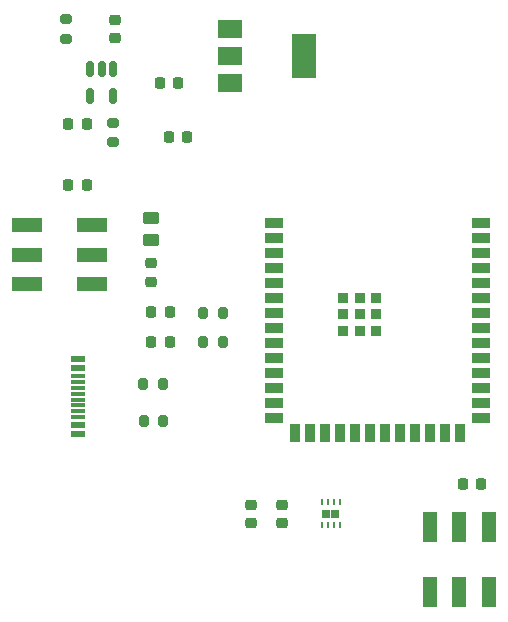
<source format=gtp>
G04 #@! TF.GenerationSoftware,KiCad,Pcbnew,7.0.10*
G04 #@! TF.CreationDate,2024-04-11T23:27:50-07:00*
G04 #@! TF.ProjectId,vibration_circuit,76696272-6174-4696-9f6e-5f6369726375,rev?*
G04 #@! TF.SameCoordinates,Original*
G04 #@! TF.FileFunction,Paste,Top*
G04 #@! TF.FilePolarity,Positive*
%FSLAX46Y46*%
G04 Gerber Fmt 4.6, Leading zero omitted, Abs format (unit mm)*
G04 Created by KiCad (PCBNEW 7.0.10) date 2024-04-11 23:27:50*
%MOMM*%
%LPD*%
G01*
G04 APERTURE LIST*
G04 Aperture macros list*
%AMRoundRect*
0 Rectangle with rounded corners*
0 $1 Rounding radius*
0 $2 $3 $4 $5 $6 $7 $8 $9 X,Y pos of 4 corners*
0 Add a 4 corners polygon primitive as box body*
4,1,4,$2,$3,$4,$5,$6,$7,$8,$9,$2,$3,0*
0 Add four circle primitives for the rounded corners*
1,1,$1+$1,$2,$3*
1,1,$1+$1,$4,$5*
1,1,$1+$1,$6,$7*
1,1,$1+$1,$8,$9*
0 Add four rect primitives between the rounded corners*
20,1,$1+$1,$2,$3,$4,$5,0*
20,1,$1+$1,$4,$5,$6,$7,0*
20,1,$1+$1,$6,$7,$8,$9,0*
20,1,$1+$1,$8,$9,$2,$3,0*%
G04 Aperture macros list end*
%ADD10R,1.150000X0.600000*%
%ADD11R,1.150000X0.300000*%
%ADD12R,0.900000X0.900000*%
%ADD13R,1.500000X0.900000*%
%ADD14R,0.900000X1.500000*%
%ADD15R,2.000000X1.500000*%
%ADD16R,2.000000X3.800000*%
%ADD17RoundRect,0.225000X0.250000X-0.225000X0.250000X0.225000X-0.250000X0.225000X-0.250000X-0.225000X0*%
%ADD18RoundRect,0.200000X0.200000X0.275000X-0.200000X0.275000X-0.200000X-0.275000X0.200000X-0.275000X0*%
%ADD19RoundRect,0.218750X-0.218750X-0.256250X0.218750X-0.256250X0.218750X0.256250X-0.218750X0.256250X0*%
%ADD20RoundRect,0.225000X0.225000X0.250000X-0.225000X0.250000X-0.225000X-0.250000X0.225000X-0.250000X0*%
%ADD21RoundRect,0.200000X-0.200000X-0.275000X0.200000X-0.275000X0.200000X0.275000X-0.200000X0.275000X0*%
%ADD22RoundRect,0.150000X-0.150000X0.512500X-0.150000X-0.512500X0.150000X-0.512500X0.150000X0.512500X0*%
%ADD23RoundRect,0.200000X-0.275000X0.200000X-0.275000X-0.200000X0.275000X-0.200000X0.275000X0.200000X0*%
%ADD24R,1.200000X2.500000*%
%ADD25RoundRect,0.225000X-0.225000X-0.250000X0.225000X-0.250000X0.225000X0.250000X-0.225000X0.250000X0*%
%ADD26RoundRect,0.218750X-0.256250X0.218750X-0.256250X-0.218750X0.256250X-0.218750X0.256250X0.218750X0*%
%ADD27R,2.500000X1.200000*%
%ADD28R,0.250000X0.500000*%
%ADD29R,0.650000X0.750000*%
%ADD30RoundRect,0.250000X-0.450000X0.262500X-0.450000X-0.262500X0.450000X-0.262500X0.450000X0.262500X0*%
G04 APERTURE END LIST*
D10*
X113665000Y-129265000D03*
X113665000Y-130065000D03*
D11*
X113665000Y-131215000D03*
X113665000Y-132215000D03*
X113665000Y-132715000D03*
X113665000Y-133715000D03*
D10*
X113665000Y-135665000D03*
X113665000Y-134865000D03*
D11*
X113665000Y-134215000D03*
X113665000Y-133215000D03*
X113665000Y-131715000D03*
X113665000Y-130715000D03*
D12*
X138938000Y-126898400D03*
X137538000Y-126898400D03*
X136138000Y-126898400D03*
X138938000Y-125498400D03*
X137538000Y-125498400D03*
X136138000Y-125498400D03*
X138938000Y-124098400D03*
X137538000Y-124098400D03*
X136138000Y-124098400D03*
D13*
X147788000Y-117778400D03*
X147788000Y-119048400D03*
X147788000Y-120318400D03*
X147788000Y-121588400D03*
X147788000Y-122858400D03*
X147788000Y-124128400D03*
X147788000Y-125398400D03*
X147788000Y-126668400D03*
X147788000Y-127938400D03*
X147788000Y-129208400D03*
X147788000Y-130478400D03*
X147788000Y-131748400D03*
X147788000Y-133018400D03*
X147788000Y-134288400D03*
D14*
X146023000Y-135538400D03*
X144753000Y-135538400D03*
X143483000Y-135538400D03*
X142213000Y-135538400D03*
X140943000Y-135538400D03*
X139673000Y-135538400D03*
X138403000Y-135538400D03*
X137133000Y-135538400D03*
X135863000Y-135538400D03*
X134593000Y-135538400D03*
X133323000Y-135538400D03*
X132053000Y-135538400D03*
D13*
X130288000Y-134288400D03*
X130288000Y-133018400D03*
X130288000Y-131748400D03*
X130288000Y-130478400D03*
X130288000Y-129208400D03*
X130288000Y-127938400D03*
X130288000Y-126668400D03*
X130288000Y-125398400D03*
X130288000Y-124128400D03*
X130288000Y-122858400D03*
X130288000Y-121588400D03*
X130288000Y-120318400D03*
X130288000Y-119048400D03*
X130288000Y-117778400D03*
D15*
X126542000Y-101332000D03*
X126542000Y-103632000D03*
D16*
X132842000Y-103632000D03*
D15*
X126542000Y-105932000D03*
D17*
X119888000Y-122732800D03*
X119888000Y-121182800D03*
D18*
X120924700Y-134523900D03*
X119274700Y-134523900D03*
D19*
X119888800Y-127842800D03*
X121463800Y-127842800D03*
D20*
X147817800Y-139896400D03*
X146267800Y-139896400D03*
D18*
X125958600Y-125353600D03*
X124308600Y-125353600D03*
D20*
X114427600Y-109372600D03*
X112877600Y-109372600D03*
D21*
X124308600Y-127863600D03*
X125958600Y-127863600D03*
X119236100Y-131374300D03*
X120886100Y-131374300D03*
D22*
X116657200Y-107024800D03*
X114757200Y-107024800D03*
X114757200Y-104749800D03*
X115707200Y-104749800D03*
X116657200Y-104749800D03*
D23*
X116687600Y-109297400D03*
X116687600Y-110947400D03*
D24*
X148463000Y-143547200D03*
X145963000Y-143547200D03*
X143463000Y-143547200D03*
X148463000Y-149047200D03*
X145963000Y-149047200D03*
X143463000Y-149047200D03*
D17*
X128371600Y-143154400D03*
X128371600Y-141604400D03*
D25*
X121399000Y-110490000D03*
X122949000Y-110490000D03*
D17*
X130962400Y-143154400D03*
X130962400Y-141604400D03*
D25*
X112877600Y-114554000D03*
X114427600Y-114554000D03*
D26*
X116814600Y-100558400D03*
X116814600Y-102133400D03*
D23*
X112699800Y-100534200D03*
X112699800Y-102184200D03*
D27*
X114872400Y-122961400D03*
X114872400Y-120461400D03*
X114872400Y-117961400D03*
X109372400Y-122961400D03*
X109372400Y-120461400D03*
X109372400Y-117961400D03*
D28*
X134351600Y-141416600D03*
X134851600Y-141416600D03*
X135351600Y-141416600D03*
X135851600Y-141416600D03*
X135851600Y-143316600D03*
X135351600Y-143316600D03*
X134851600Y-143316600D03*
X134351600Y-143316600D03*
D29*
X135501600Y-142366600D03*
X134701600Y-142366600D03*
D19*
X119888800Y-125302800D03*
X121463800Y-125302800D03*
D20*
X120650000Y-105892600D03*
X122200000Y-105892600D03*
D30*
X119888000Y-117348000D03*
X119888000Y-119173000D03*
M02*

</source>
